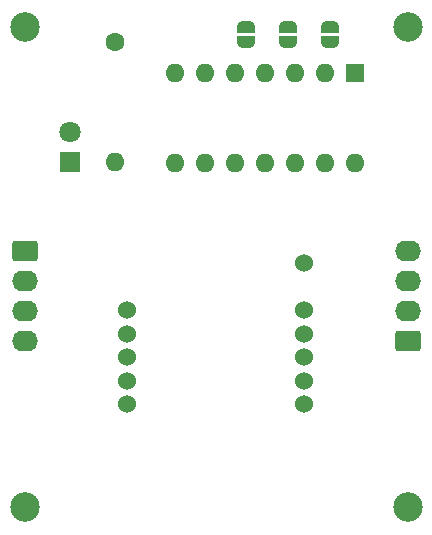
<source format=gts>
%TF.GenerationSoftware,KiCad,Pcbnew,7.0.7*%
%TF.CreationDate,2023-09-28T15:49:41-05:00*%
%TF.ProjectId,iowa-rover-kiosk-rfid,696f7761-2d72-46f7-9665-722d6b696f73,rev?*%
%TF.SameCoordinates,Original*%
%TF.FileFunction,Soldermask,Top*%
%TF.FilePolarity,Negative*%
%FSLAX46Y46*%
G04 Gerber Fmt 4.6, Leading zero omitted, Abs format (unit mm)*
G04 Created by KiCad (PCBNEW 7.0.7) date 2023-09-28 15:49:41*
%MOMM*%
%LPD*%
G01*
G04 APERTURE LIST*
G04 Aperture macros list*
%AMRoundRect*
0 Rectangle with rounded corners*
0 $1 Rounding radius*
0 $2 $3 $4 $5 $6 $7 $8 $9 X,Y pos of 4 corners*
0 Add a 4 corners polygon primitive as box body*
4,1,4,$2,$3,$4,$5,$6,$7,$8,$9,$2,$3,0*
0 Add four circle primitives for the rounded corners*
1,1,$1+$1,$2,$3*
1,1,$1+$1,$4,$5*
1,1,$1+$1,$6,$7*
1,1,$1+$1,$8,$9*
0 Add four rect primitives between the rounded corners*
20,1,$1+$1,$2,$3,$4,$5,0*
20,1,$1+$1,$4,$5,$6,$7,0*
20,1,$1+$1,$6,$7,$8,$9,0*
20,1,$1+$1,$8,$9,$2,$3,0*%
%AMFreePoly0*
4,1,19,0.500000,-0.750000,0.000000,-0.750000,0.000000,-0.744911,-0.071157,-0.744911,-0.207708,-0.704816,-0.327430,-0.627875,-0.420627,-0.520320,-0.479746,-0.390866,-0.500000,-0.250000,-0.500000,0.250000,-0.479746,0.390866,-0.420627,0.520320,-0.327430,0.627875,-0.207708,0.704816,-0.071157,0.744911,0.000000,0.744911,0.000000,0.750000,0.500000,0.750000,0.500000,-0.750000,0.500000,-0.750000,
$1*%
%AMFreePoly1*
4,1,19,0.000000,0.744911,0.071157,0.744911,0.207708,0.704816,0.327430,0.627875,0.420627,0.520320,0.479746,0.390866,0.500000,0.250000,0.500000,-0.250000,0.479746,-0.390866,0.420627,-0.520320,0.327430,-0.627875,0.207708,-0.704816,0.071157,-0.744911,0.000000,-0.744911,0.000000,-0.750000,-0.500000,-0.750000,-0.500000,0.750000,0.000000,0.750000,0.000000,0.744911,0.000000,0.744911,
$1*%
G04 Aperture macros list end*
%ADD10C,2.500000*%
%ADD11RoundRect,0.250000X-0.845000X0.620000X-0.845000X-0.620000X0.845000X-0.620000X0.845000X0.620000X0*%
%ADD12O,2.190000X1.740000*%
%ADD13C,1.524000*%
%ADD14FreePoly0,270.000000*%
%ADD15FreePoly1,270.000000*%
%ADD16C,1.600000*%
%ADD17O,1.600000X1.600000*%
%ADD18R,1.800000X1.800000*%
%ADD19C,1.800000*%
%ADD20RoundRect,0.250000X0.845000X-0.620000X0.845000X0.620000X-0.845000X0.620000X-0.845000X-0.620000X0*%
%ADD21R,1.600000X1.600000*%
G04 APERTURE END LIST*
D10*
%TO.C,REF\u002A\u002A*%
X135255000Y-72390000D03*
%TD*%
%TO.C,REF\u002A\u002A*%
X102870000Y-72390000D03*
%TD*%
%TO.C,REF\u002A\u002A*%
X102870000Y-31750000D03*
%TD*%
%TO.C,REF\u002A\u002A*%
X135255000Y-31750000D03*
%TD*%
D11*
%TO.C,J1*%
X102850000Y-50665000D03*
D12*
X102850000Y-53205000D03*
X102850000Y-55745000D03*
X102850000Y-58285000D03*
%TD*%
D13*
%TO.C,U1*%
X111465000Y-55665000D03*
X111465000Y-57665000D03*
X111465000Y-59665000D03*
X111465000Y-61665000D03*
X111465000Y-63665000D03*
X126465000Y-63665000D03*
X126465000Y-61665000D03*
X126465000Y-59665000D03*
X126465000Y-57665000D03*
X126465000Y-55665000D03*
X126465000Y-51665000D03*
%TD*%
D14*
%TO.C,JP3*%
X121545000Y-31720000D03*
D15*
X121545000Y-33020000D03*
%TD*%
D16*
%TO.C,R1*%
X110490000Y-33020000D03*
D17*
X110490000Y-43180000D03*
%TD*%
D18*
%TO.C,D1*%
X106680000Y-43180000D03*
D19*
X106680000Y-40640000D03*
%TD*%
D14*
%TO.C,JP1*%
X128645000Y-31720000D03*
D15*
X128645000Y-33020000D03*
%TD*%
D14*
%TO.C,JP2*%
X125095000Y-31720000D03*
D15*
X125095000Y-33020000D03*
%TD*%
D20*
%TO.C,J2*%
X135255000Y-58285000D03*
D12*
X135255000Y-55745000D03*
X135255000Y-53205000D03*
X135255000Y-50665000D03*
%TD*%
D21*
%TO.C,U2*%
X130815000Y-35570000D03*
D17*
X128275000Y-35570000D03*
X125735000Y-35570000D03*
X123195000Y-35570000D03*
X120655000Y-35570000D03*
X118115000Y-35570000D03*
X115575000Y-35570000D03*
X115575000Y-43190000D03*
X118115000Y-43190000D03*
X120655000Y-43190000D03*
X123195000Y-43190000D03*
X125735000Y-43190000D03*
X128275000Y-43190000D03*
X130815000Y-43190000D03*
%TD*%
M02*

</source>
